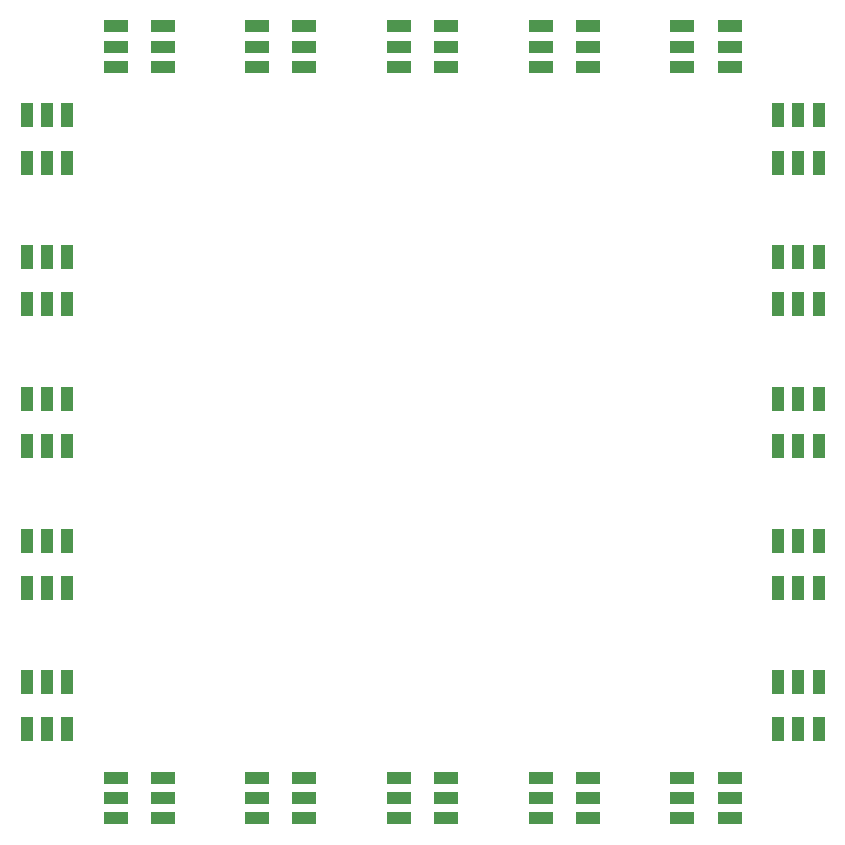
<source format=gtp>
G04 Layer_Color=8421504*
%FSLAX44Y44*%
%MOMM*%
G71*
G01*
G75*
%ADD10R,2.0000X1.1000*%
%ADD11R,1.1000X2.0000*%
D10*
X1099000Y1260750D02*
D03*
Y1243750D02*
D03*
Y1226750D02*
D03*
X1139000D02*
D03*
Y1243750D02*
D03*
Y1260750D02*
D03*
X979000D02*
D03*
Y1243750D02*
D03*
Y1226750D02*
D03*
X1019000D02*
D03*
Y1243750D02*
D03*
Y1260750D02*
D03*
X1139000Y590250D02*
D03*
Y607250D02*
D03*
Y624250D02*
D03*
X1099000D02*
D03*
Y607250D02*
D03*
Y590250D02*
D03*
X1259000D02*
D03*
Y607250D02*
D03*
Y624250D02*
D03*
X1219000D02*
D03*
Y607250D02*
D03*
Y590250D02*
D03*
Y1260750D02*
D03*
Y1243750D02*
D03*
Y1226750D02*
D03*
X1259000D02*
D03*
Y1243750D02*
D03*
Y1260750D02*
D03*
X1339000D02*
D03*
Y1243750D02*
D03*
Y1226750D02*
D03*
X1379000D02*
D03*
Y1243750D02*
D03*
Y1260750D02*
D03*
X1459000D02*
D03*
Y1243750D02*
D03*
Y1226750D02*
D03*
X1499000D02*
D03*
Y1243750D02*
D03*
Y1260750D02*
D03*
Y590250D02*
D03*
Y607250D02*
D03*
Y624250D02*
D03*
X1459000D02*
D03*
Y607250D02*
D03*
Y590250D02*
D03*
X1379000D02*
D03*
Y607250D02*
D03*
Y624250D02*
D03*
X1339000D02*
D03*
Y607250D02*
D03*
Y590250D02*
D03*
X1019000D02*
D03*
Y607250D02*
D03*
Y624250D02*
D03*
X979000D02*
D03*
Y607250D02*
D03*
Y590250D02*
D03*
D11*
X903750Y1145500D02*
D03*
X920750D02*
D03*
X937750D02*
D03*
Y1185500D02*
D03*
X920750D02*
D03*
X903750D02*
D03*
Y1025500D02*
D03*
X920750D02*
D03*
X937750D02*
D03*
Y1065500D02*
D03*
X920750D02*
D03*
X903750D02*
D03*
Y905500D02*
D03*
X920750D02*
D03*
X937750D02*
D03*
Y945500D02*
D03*
X920750D02*
D03*
X903750D02*
D03*
Y785500D02*
D03*
X920750D02*
D03*
X937750D02*
D03*
Y825500D02*
D03*
X920750D02*
D03*
X903750D02*
D03*
Y665500D02*
D03*
X920750D02*
D03*
X937750D02*
D03*
Y705500D02*
D03*
X920750D02*
D03*
X903750D02*
D03*
X1574250Y1185500D02*
D03*
X1557250D02*
D03*
X1540250D02*
D03*
Y1145500D02*
D03*
X1557250D02*
D03*
X1574250D02*
D03*
Y1065500D02*
D03*
X1557250D02*
D03*
X1540250D02*
D03*
Y1025500D02*
D03*
X1557250D02*
D03*
X1574250D02*
D03*
Y945500D02*
D03*
X1557250D02*
D03*
X1540250D02*
D03*
Y905500D02*
D03*
X1557250D02*
D03*
X1574250D02*
D03*
Y825500D02*
D03*
X1557250D02*
D03*
X1540250D02*
D03*
Y785500D02*
D03*
X1557250D02*
D03*
X1574250D02*
D03*
Y705500D02*
D03*
X1557250D02*
D03*
X1540250D02*
D03*
Y665500D02*
D03*
X1557250D02*
D03*
X1574250D02*
D03*
M02*

</source>
